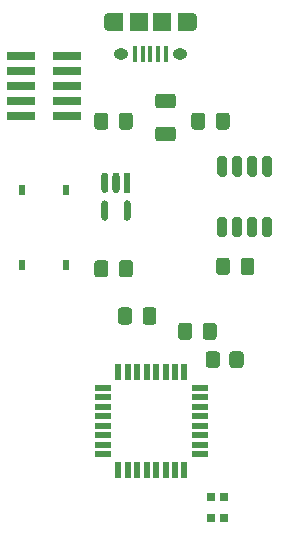
<source format=gbr>
G04 #@! TF.GenerationSoftware,KiCad,Pcbnew,(5.1.12-1-10_14)*
G04 #@! TF.CreationDate,2021-12-08T14:05:25-05:00*
G04 #@! TF.ProjectId,MinimalSAMD21,4d696e69-6d61-46c5-9341-4d4432312e6b,rev?*
G04 #@! TF.SameCoordinates,Original*
G04 #@! TF.FileFunction,Paste,Top*
G04 #@! TF.FilePolarity,Positive*
%FSLAX46Y46*%
G04 Gerber Fmt 4.6, Leading zero omitted, Abs format (unit mm)*
G04 Created by KiCad (PCBNEW (5.1.12-1-10_14)) date 2021-12-08 14:05:25*
%MOMM*%
%LPD*%
G01*
G04 APERTURE LIST*
%ADD10R,2.400000X0.740000*%
%ADD11R,0.558800X0.952500*%
%ADD12R,0.609807X1.755639*%
%ADD13R,1.473200X0.508000*%
%ADD14R,0.508000X1.473200*%
%ADD15O,1.250000X0.950000*%
%ADD16R,1.200000X1.550000*%
%ADD17O,0.890000X1.550000*%
%ADD18R,1.500000X1.550000*%
%ADD19R,0.400000X1.350000*%
%ADD20R,0.700000X0.700000*%
G04 APERTURE END LIST*
D10*
X27050000Y-57960000D03*
X30950000Y-57960000D03*
X27050000Y-59230000D03*
X30950000Y-59230000D03*
X27050000Y-60500000D03*
X30950000Y-60500000D03*
X27050000Y-61770000D03*
X30950000Y-61770000D03*
X27050000Y-63040000D03*
X30950000Y-63040000D03*
D11*
X30854200Y-69318650D03*
X27145800Y-69318650D03*
X27145800Y-75681350D03*
X30854200Y-75681350D03*
D12*
X36050000Y-68724719D03*
G36*
G01*
X35099999Y-67846900D02*
X35099999Y-67846900D01*
G75*
G02*
X35404902Y-68151803I0J-304903D01*
G01*
X35404902Y-69297635D01*
G75*
G02*
X35099999Y-69602538I-304903J0D01*
G01*
X35099999Y-69602538D01*
G75*
G02*
X34795096Y-69297635I0J304903D01*
G01*
X34795096Y-68151803D01*
G75*
G02*
X35099999Y-67846900I304903J0D01*
G01*
G37*
G36*
G01*
X34149999Y-67846900D02*
X34149999Y-67846900D01*
G75*
G02*
X34454902Y-68151803I0J-304903D01*
G01*
X34454902Y-69297635D01*
G75*
G02*
X34149999Y-69602538I-304903J0D01*
G01*
X34149999Y-69602538D01*
G75*
G02*
X33845096Y-69297635I0J304903D01*
G01*
X33845096Y-68151803D01*
G75*
G02*
X34149999Y-67846900I304903J0D01*
G01*
G37*
G36*
G01*
X34149999Y-70197463D02*
X34149999Y-70197463D01*
G75*
G02*
X34454902Y-70502366I0J-304903D01*
G01*
X34454902Y-71648198D01*
G75*
G02*
X34149999Y-71953101I-304903J0D01*
G01*
X34149999Y-71953101D01*
G75*
G02*
X33845096Y-71648198I0J304903D01*
G01*
X33845096Y-70502366D01*
G75*
G02*
X34149999Y-70197463I304903J0D01*
G01*
G37*
G36*
G01*
X36050000Y-70197463D02*
X36050000Y-70197463D01*
G75*
G02*
X36354903Y-70502366I0J-304903D01*
G01*
X36354903Y-71648198D01*
G75*
G02*
X36050000Y-71953101I-304903J0D01*
G01*
X36050000Y-71953101D01*
G75*
G02*
X35745097Y-71648198I0J304903D01*
G01*
X35745097Y-70502366D01*
G75*
G02*
X36050000Y-70197463I304903J0D01*
G01*
G37*
D13*
X33981001Y-86100001D03*
X33981001Y-86899999D03*
X33981001Y-87700000D03*
X33981001Y-88500001D03*
X33981001Y-89299999D03*
X33981001Y-90100000D03*
X33981001Y-90899999D03*
X33981001Y-91699999D03*
D14*
X35300001Y-93018999D03*
X36099999Y-93018999D03*
X36900000Y-93018999D03*
X37700001Y-93018999D03*
X38499999Y-93018999D03*
X39300000Y-93018999D03*
X40099999Y-93018999D03*
X40899999Y-93018999D03*
D13*
X42218999Y-91699999D03*
X42218999Y-90900001D03*
X42218999Y-90100000D03*
X42218999Y-89299999D03*
X42218999Y-88500001D03*
X42218999Y-87700000D03*
X42218999Y-86900001D03*
X42218999Y-86100001D03*
D14*
X40899999Y-84781001D03*
X40100001Y-84781001D03*
X39300000Y-84781001D03*
X38499999Y-84781001D03*
X37700001Y-84781001D03*
X36900000Y-84781001D03*
X36100001Y-84781001D03*
X35300001Y-84781001D03*
G36*
G01*
X47705000Y-71600000D02*
X48105000Y-71600000D01*
G75*
G02*
X48305000Y-71800000I0J-200000D01*
G01*
X48305000Y-73150000D01*
G75*
G02*
X48105000Y-73350000I-200000J0D01*
G01*
X47705000Y-73350000D01*
G75*
G02*
X47505000Y-73150000I0J200000D01*
G01*
X47505000Y-71800000D01*
G75*
G02*
X47705000Y-71600000I200000J0D01*
G01*
G37*
G36*
G01*
X46435000Y-71600000D02*
X46835000Y-71600000D01*
G75*
G02*
X47035000Y-71800000I0J-200000D01*
G01*
X47035000Y-73150000D01*
G75*
G02*
X46835000Y-73350000I-200000J0D01*
G01*
X46435000Y-73350000D01*
G75*
G02*
X46235000Y-73150000I0J200000D01*
G01*
X46235000Y-71800000D01*
G75*
G02*
X46435000Y-71600000I200000J0D01*
G01*
G37*
G36*
G01*
X45165000Y-71600000D02*
X45565000Y-71600000D01*
G75*
G02*
X45765000Y-71800000I0J-200000D01*
G01*
X45765000Y-73150000D01*
G75*
G02*
X45565000Y-73350000I-200000J0D01*
G01*
X45165000Y-73350000D01*
G75*
G02*
X44965000Y-73150000I0J200000D01*
G01*
X44965000Y-71800000D01*
G75*
G02*
X45165000Y-71600000I200000J0D01*
G01*
G37*
G36*
G01*
X43895000Y-71600000D02*
X44295000Y-71600000D01*
G75*
G02*
X44495000Y-71800000I0J-200000D01*
G01*
X44495000Y-73150000D01*
G75*
G02*
X44295000Y-73350000I-200000J0D01*
G01*
X43895000Y-73350000D01*
G75*
G02*
X43695000Y-73150000I0J200000D01*
G01*
X43695000Y-71800000D01*
G75*
G02*
X43895000Y-71600000I200000J0D01*
G01*
G37*
G36*
G01*
X43895000Y-66450000D02*
X44295000Y-66450000D01*
G75*
G02*
X44495000Y-66650000I0J-200000D01*
G01*
X44495000Y-68000000D01*
G75*
G02*
X44295000Y-68200000I-200000J0D01*
G01*
X43895000Y-68200000D01*
G75*
G02*
X43695000Y-68000000I0J200000D01*
G01*
X43695000Y-66650000D01*
G75*
G02*
X43895000Y-66450000I200000J0D01*
G01*
G37*
G36*
G01*
X45165000Y-66450000D02*
X45565000Y-66450000D01*
G75*
G02*
X45765000Y-66650000I0J-200000D01*
G01*
X45765000Y-68000000D01*
G75*
G02*
X45565000Y-68200000I-200000J0D01*
G01*
X45165000Y-68200000D01*
G75*
G02*
X44965000Y-68000000I0J200000D01*
G01*
X44965000Y-66650000D01*
G75*
G02*
X45165000Y-66450000I200000J0D01*
G01*
G37*
G36*
G01*
X46435000Y-66450000D02*
X46835000Y-66450000D01*
G75*
G02*
X47035000Y-66650000I0J-200000D01*
G01*
X47035000Y-68000000D01*
G75*
G02*
X46835000Y-68200000I-200000J0D01*
G01*
X46435000Y-68200000D01*
G75*
G02*
X46235000Y-68000000I0J200000D01*
G01*
X46235000Y-66650000D01*
G75*
G02*
X46435000Y-66450000I200000J0D01*
G01*
G37*
G36*
G01*
X47705000Y-66450000D02*
X48105000Y-66450000D01*
G75*
G02*
X48305000Y-66650000I0J-200000D01*
G01*
X48305000Y-68000000D01*
G75*
G02*
X48105000Y-68200000I-200000J0D01*
G01*
X47705000Y-68200000D01*
G75*
G02*
X47505000Y-68000000I0J200000D01*
G01*
X47505000Y-66650000D01*
G75*
G02*
X47705000Y-66450000I200000J0D01*
G01*
G37*
G36*
G01*
X43900000Y-83249999D02*
X43900000Y-84150001D01*
G75*
G02*
X43650001Y-84400000I-249999J0D01*
G01*
X42949999Y-84400000D01*
G75*
G02*
X42700000Y-84150001I0J249999D01*
G01*
X42700000Y-83249999D01*
G75*
G02*
X42949999Y-83000000I249999J0D01*
G01*
X43650001Y-83000000D01*
G75*
G02*
X43900000Y-83249999I0J-249999D01*
G01*
G37*
G36*
G01*
X45900000Y-83249999D02*
X45900000Y-84150001D01*
G75*
G02*
X45650001Y-84400000I-249999J0D01*
G01*
X44949999Y-84400000D01*
G75*
G02*
X44700000Y-84150001I0J249999D01*
G01*
X44700000Y-83249999D01*
G75*
G02*
X44949999Y-83000000I249999J0D01*
G01*
X45650001Y-83000000D01*
G75*
G02*
X45900000Y-83249999I0J-249999D01*
G01*
G37*
D15*
X35510000Y-57800000D03*
X40510000Y-57800000D03*
D16*
X35110000Y-55100000D03*
X40910000Y-55100000D03*
D17*
X34510000Y-55100000D03*
D18*
X37010000Y-55100000D03*
X39010000Y-55100000D03*
D17*
X41510000Y-55100000D03*
D19*
X36710000Y-57800000D03*
X37360000Y-57800000D03*
X38010000Y-57800000D03*
X38660000Y-57800000D03*
X39310000Y-57800000D03*
G36*
G01*
X39925000Y-62425000D02*
X38675000Y-62425000D01*
G75*
G02*
X38425000Y-62175000I0J250000D01*
G01*
X38425000Y-61425000D01*
G75*
G02*
X38675000Y-61175000I250000J0D01*
G01*
X39925000Y-61175000D01*
G75*
G02*
X40175000Y-61425000I0J-250000D01*
G01*
X40175000Y-62175000D01*
G75*
G02*
X39925000Y-62425000I-250000J0D01*
G01*
G37*
G36*
G01*
X39925000Y-65225000D02*
X38675000Y-65225000D01*
G75*
G02*
X38425000Y-64975000I0J250000D01*
G01*
X38425000Y-64225000D01*
G75*
G02*
X38675000Y-63975000I250000J0D01*
G01*
X39925000Y-63975000D01*
G75*
G02*
X40175000Y-64225000I0J-250000D01*
G01*
X40175000Y-64975000D01*
G75*
G02*
X39925000Y-65225000I-250000J0D01*
G01*
G37*
D20*
X43150000Y-97115000D03*
X44250000Y-97115000D03*
X44250000Y-95285000D03*
X43150000Y-95285000D03*
G36*
G01*
X34450000Y-75525000D02*
X34450000Y-76475000D01*
G75*
G02*
X34200000Y-76725000I-250000J0D01*
G01*
X33525000Y-76725000D01*
G75*
G02*
X33275000Y-76475000I0J250000D01*
G01*
X33275000Y-75525000D01*
G75*
G02*
X33525000Y-75275000I250000J0D01*
G01*
X34200000Y-75275000D01*
G75*
G02*
X34450000Y-75525000I0J-250000D01*
G01*
G37*
G36*
G01*
X36525000Y-75525000D02*
X36525000Y-76475000D01*
G75*
G02*
X36275000Y-76725000I-250000J0D01*
G01*
X35600000Y-76725000D01*
G75*
G02*
X35350000Y-76475000I0J250000D01*
G01*
X35350000Y-75525000D01*
G75*
G02*
X35600000Y-75275000I250000J0D01*
G01*
X36275000Y-75275000D01*
G75*
G02*
X36525000Y-75525000I0J-250000D01*
G01*
G37*
G36*
G01*
X37350000Y-80475000D02*
X37350000Y-79525000D01*
G75*
G02*
X37600000Y-79275000I250000J0D01*
G01*
X38275000Y-79275000D01*
G75*
G02*
X38525000Y-79525000I0J-250000D01*
G01*
X38525000Y-80475000D01*
G75*
G02*
X38275000Y-80725000I-250000J0D01*
G01*
X37600000Y-80725000D01*
G75*
G02*
X37350000Y-80475000I0J250000D01*
G01*
G37*
G36*
G01*
X35275000Y-80475000D02*
X35275000Y-79525000D01*
G75*
G02*
X35525000Y-79275000I250000J0D01*
G01*
X36200000Y-79275000D01*
G75*
G02*
X36450000Y-79525000I0J-250000D01*
G01*
X36450000Y-80475000D01*
G75*
G02*
X36200000Y-80725000I-250000J0D01*
G01*
X35525000Y-80725000D01*
G75*
G02*
X35275000Y-80475000I0J250000D01*
G01*
G37*
G36*
G01*
X42450000Y-81775000D02*
X42450000Y-80825000D01*
G75*
G02*
X42700000Y-80575000I250000J0D01*
G01*
X43375000Y-80575000D01*
G75*
G02*
X43625000Y-80825000I0J-250000D01*
G01*
X43625000Y-81775000D01*
G75*
G02*
X43375000Y-82025000I-250000J0D01*
G01*
X42700000Y-82025000D01*
G75*
G02*
X42450000Y-81775000I0J250000D01*
G01*
G37*
G36*
G01*
X40375000Y-81775000D02*
X40375000Y-80825000D01*
G75*
G02*
X40625000Y-80575000I250000J0D01*
G01*
X41300000Y-80575000D01*
G75*
G02*
X41550000Y-80825000I0J-250000D01*
G01*
X41550000Y-81775000D01*
G75*
G02*
X41300000Y-82025000I-250000J0D01*
G01*
X40625000Y-82025000D01*
G75*
G02*
X40375000Y-81775000I0J250000D01*
G01*
G37*
G36*
G01*
X34450000Y-63025000D02*
X34450000Y-63975000D01*
G75*
G02*
X34200000Y-64225000I-250000J0D01*
G01*
X33525000Y-64225000D01*
G75*
G02*
X33275000Y-63975000I0J250000D01*
G01*
X33275000Y-63025000D01*
G75*
G02*
X33525000Y-62775000I250000J0D01*
G01*
X34200000Y-62775000D01*
G75*
G02*
X34450000Y-63025000I0J-250000D01*
G01*
G37*
G36*
G01*
X36525000Y-63025000D02*
X36525000Y-63975000D01*
G75*
G02*
X36275000Y-64225000I-250000J0D01*
G01*
X35600000Y-64225000D01*
G75*
G02*
X35350000Y-63975000I0J250000D01*
G01*
X35350000Y-63025000D01*
G75*
G02*
X35600000Y-62775000I250000J0D01*
G01*
X36275000Y-62775000D01*
G75*
G02*
X36525000Y-63025000I0J-250000D01*
G01*
G37*
G36*
G01*
X45650000Y-76275000D02*
X45650000Y-75325000D01*
G75*
G02*
X45900000Y-75075000I250000J0D01*
G01*
X46575000Y-75075000D01*
G75*
G02*
X46825000Y-75325000I0J-250000D01*
G01*
X46825000Y-76275000D01*
G75*
G02*
X46575000Y-76525000I-250000J0D01*
G01*
X45900000Y-76525000D01*
G75*
G02*
X45650000Y-76275000I0J250000D01*
G01*
G37*
G36*
G01*
X43575000Y-76275000D02*
X43575000Y-75325000D01*
G75*
G02*
X43825000Y-75075000I250000J0D01*
G01*
X44500000Y-75075000D01*
G75*
G02*
X44750000Y-75325000I0J-250000D01*
G01*
X44750000Y-76275000D01*
G75*
G02*
X44500000Y-76525000I-250000J0D01*
G01*
X43825000Y-76525000D01*
G75*
G02*
X43575000Y-76275000I0J250000D01*
G01*
G37*
G36*
G01*
X43550000Y-63975000D02*
X43550000Y-63025000D01*
G75*
G02*
X43800000Y-62775000I250000J0D01*
G01*
X44475000Y-62775000D01*
G75*
G02*
X44725000Y-63025000I0J-250000D01*
G01*
X44725000Y-63975000D01*
G75*
G02*
X44475000Y-64225000I-250000J0D01*
G01*
X43800000Y-64225000D01*
G75*
G02*
X43550000Y-63975000I0J250000D01*
G01*
G37*
G36*
G01*
X41475000Y-63975000D02*
X41475000Y-63025000D01*
G75*
G02*
X41725000Y-62775000I250000J0D01*
G01*
X42400000Y-62775000D01*
G75*
G02*
X42650000Y-63025000I0J-250000D01*
G01*
X42650000Y-63975000D01*
G75*
G02*
X42400000Y-64225000I-250000J0D01*
G01*
X41725000Y-64225000D01*
G75*
G02*
X41475000Y-63975000I0J250000D01*
G01*
G37*
M02*

</source>
